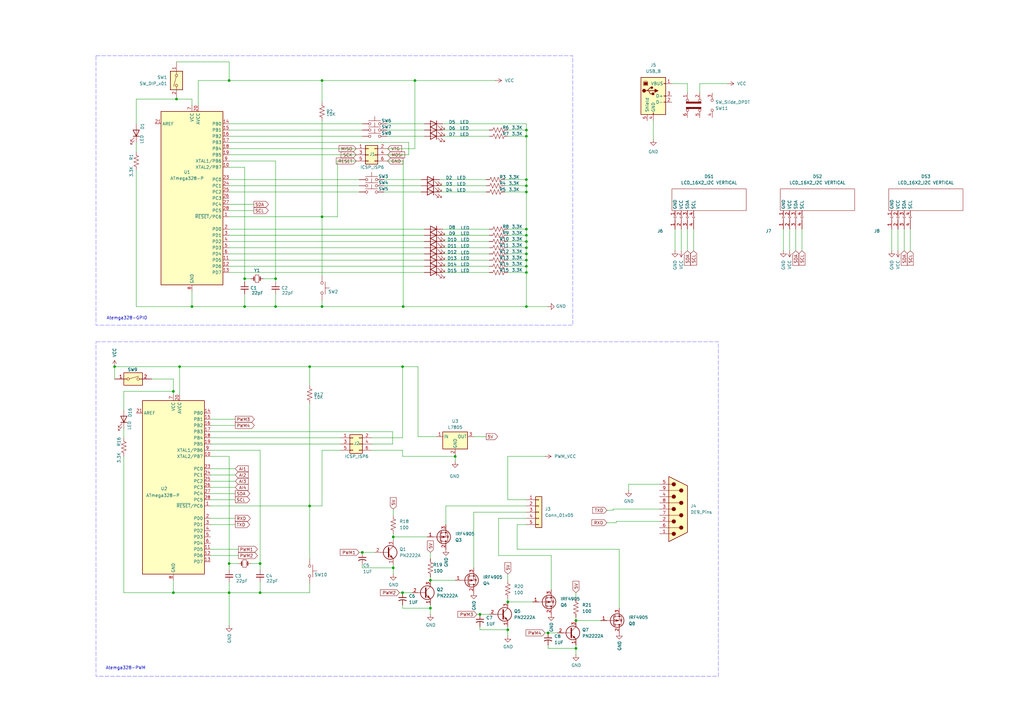
<source format=kicad_sch>
(kicad_sch (version 20250114) (generator "eeschema") (generator_version "9.0")
  (paper "A3")
  (rectangle (start 39.37 140.208) (end 294.64 277.368) (stroke (width 0) (type dash) (color 99 93 255 1)))
  (rectangle (start 39.37 22.86) (end 234.95 133.35) (stroke (width 0) (type dash) (color 99 93 255 1)))
  (text "Atemga328-GPIO" (at 52.07 130.556 0) (effects (font (size 1.27 1.27))))
  (text "Atemga328-PWM" (at 51.562 274.066 0) (effects (font (size 1.27 1.27))))
  (junction (at 132.08 33.02))
  (junction (at 215.9 93.98))
  (junction (at 215.9 53.34))
  (junction (at 215.9 106.68))
  (junction (at 165.354 125.73))
  (junction (at 73.66 150.368))
  (junction (at 215.9 78.74))
  (junction (at 161.29 220.218))
  (junction (at 215.9 125.73))
  (junction (at 224.79 259.588))
  (junction (at 176.53 237.998))
  (junction (at 113.03 125.73))
  (junction (at 215.9 109.22))
  (junction (at 215.9 111.76))
  (junction (at 215.9 73.66))
  (junction (at 215.9 104.14))
  (junction (at 215.9 76.2))
  (junction (at 106.68 243.078))
  (junction (at 78.74 125.73))
  (junction (at 208.28 246.888))
  (junction (at 215.9 101.6))
  (junction (at 236.22 265.938))
  (junction (at 236.22 254.508))
  (junction (at 196.85 251.968))
  (junction (at 127 207.518))
  (junction (at 165.1 150.368))
  (junction (at 165.1 243.078))
  (junction (at 132.08 125.73))
  (junction (at 106.68 231.14))
  (junction (at 71.12 160.528))
  (junction (at 215.9 55.88))
  (junction (at 71.12 243.078))
  (junction (at 113.03 114.3))
  (junction (at 132.08 88.9))
  (junction (at 100.33 125.73))
  (junction (at 127 150.368))
  (junction (at 148.59 226.568))
  (junction (at 215.9 96.52))
  (junction (at 100.33 114.3))
  (junction (at 176.53 249.428))
  (junction (at 93.98 231.14))
  (junction (at 186.69 187.198))
  (junction (at 215.9 99.06))
  (junction (at 46.99 150.368))
  (junction (at 72.39 40.64))
  (junction (at 93.98 33.02))
  (junction (at 170.18 33.02))
  (junction (at 93.98 243.078))
  (junction (at 208.28 258.318))
  (junction (at 161.29 232.918))
  (wire (pts (xy 223.52 187.198) (xy 208.28 187.198)))
  (wire (pts (xy 171.45 150.368) (xy 171.45 179.07)))
  (wire (pts (xy 215.9 210.058) (xy 194.31 210.058)))
  (wire (pts (xy 252.73 213.868) (xy 270.51 213.868)))
  (wire (pts (xy 132.08 33.02) (xy 132.08 41.91)))
  (wire (pts (xy 93.98 243.078) (xy 93.98 256.54)))
  (wire (pts (xy 86.36 192.278) (xy 96.52 192.278)))
  (wire (pts (xy 93.98 187.198) (xy 93.98 231.14)))
  (wire (pts (xy 93.98 86.36) (xy 104.14 86.36)))
  (wire (pts (xy 93.98 76.2) (xy 147.32 76.2)))
  (wire (pts (xy 224.79 265.938) (xy 236.22 265.938)))
  (wire (pts (xy 55.88 69.85) (xy 55.88 125.73)))
  (wire (pts (xy 257.81 198.628) (xy 257.81 201.168)))
  (wire (pts (xy 152.4 179.578) (xy 165.1 179.578)))
  (wire (pts (xy 224.79 259.588) (xy 228.6 259.588)))
  (wire (pts (xy 170.18 33.02) (xy 203.2 33.02)))
  (wire (pts (xy 208.28 106.68) (xy 215.9 106.68)))
  (wire (pts (xy 86.36 171.958) (xy 96.52 171.958)))
  (wire (pts (xy 195.58 251.968) (xy 196.85 251.968)))
  (wire (pts (xy 72.39 40.64) (xy 78.74 40.64)))
  (wire (pts (xy 161.29 218.948) (xy 161.29 220.218)))
  (wire (pts (xy 93.98 231.14) (xy 93.98 233.68)))
  (wire (pts (xy 212.09 225.298) (xy 254 225.298)))
  (wire (pts (xy 207.01 73.66) (xy 215.9 73.66)))
  (wire (pts (xy 251.46 209.296) (xy 251.46 208.788)))
  (wire (pts (xy 223.52 259.588) (xy 224.79 259.588)))
  (wire (pts (xy 132.08 125.73) (xy 165.354 125.73)))
  (wire (pts (xy 93.98 104.14) (xy 173.99 104.14)))
  (wire (pts (xy 158.75 66.04) (xy 165.354 66.04)))
  (wire (pts (xy 93.98 55.88) (xy 148.59 55.88)))
  (wire (pts (xy 215.9 73.66) (xy 215.9 76.2)))
  (wire (pts (xy 93.98 83.82) (xy 104.14 83.82)))
  (wire (pts (xy 251.46 208.788) (xy 270.51 208.788)))
  (wire (pts (xy 180.34 76.2) (xy 199.39 76.2)))
  (wire (pts (xy 181.61 104.14) (xy 200.66 104.14)))
  (wire (pts (xy 73.66 150.368) (xy 127 150.368)))
  (wire (pts (xy 165.1 249.428) (xy 176.53 249.428)))
  (wire (pts (xy 208.28 235.458) (xy 208.28 237.998)))
  (wire (pts (xy 181.61 106.68) (xy 200.66 106.68)))
  (wire (pts (xy 158.75 50.8) (xy 173.99 50.8)))
  (wire (pts (xy 215.9 76.2) (xy 215.9 78.74)))
  (wire (pts (xy 215.9 104.14) (xy 215.9 106.68)))
  (wire (pts (xy 236.22 253.238) (xy 236.22 254.508)))
  (wire (pts (xy 281.94 34.29) (xy 281.94 38.1)))
  (wire (pts (xy 152.4 184.658) (xy 165.1 184.658)))
  (wire (pts (xy 182.88 207.518) (xy 182.88 215.138)))
  (wire (pts (xy 55.88 125.73) (xy 78.74 125.73)))
  (wire (pts (xy 148.59 232.918) (xy 161.29 232.918)))
  (wire (pts (xy 86.36 204.978) (xy 96.52 204.978)))
  (wire (pts (xy 100.33 125.73) (xy 113.03 125.73)))
  (wire (pts (xy 248.92 214.376) (xy 252.73 214.376)))
  (wire (pts (xy 86.36 184.658) (xy 106.68 184.658)))
  (wire (pts (xy 55.88 50.8) (xy 55.88 40.64)))
  (wire (pts (xy 204.47 212.598) (xy 204.47 227.838)))
  (wire (pts (xy 161.29 208.788) (xy 161.29 211.328)))
  (wire (pts (xy 148.59 226.568) (xy 153.67 226.568)))
  (wire (pts (xy 204.47 227.838) (xy 226.06 227.838)))
  (wire (pts (xy 148.59 231.648) (xy 148.59 232.918)))
  (wire (pts (xy 93.98 99.06) (xy 173.99 99.06)))
  (wire (pts (xy 215.9 111.76) (xy 215.9 125.73)))
  (wire (pts (xy 176.53 236.728) (xy 176.53 237.998)))
  (wire (pts (xy 102.87 231.14) (xy 106.68 231.14)))
  (wire (pts (xy 86.36 194.818) (xy 96.52 194.818)))
  (wire (pts (xy 132.08 33.02) (xy 170.18 33.02)))
  (wire (pts (xy 50.8 187.198) (xy 50.8 243.078)))
  (wire (pts (xy 215.9 78.74) (xy 215.9 93.98)))
  (wire (pts (xy 165.1 187.198) (xy 186.69 187.198)))
  (wire (pts (xy 81.28 33.02) (xy 81.28 43.18)))
  (wire (pts (xy 158.75 53.34) (xy 173.99 53.34)))
  (wire (pts (xy 132.08 49.53) (xy 132.08 88.9)))
  (wire (pts (xy 86.36 179.578) (xy 139.7 179.578)))
  (wire (pts (xy 196.85 258.318) (xy 208.28 258.318)))
  (wire (pts (xy 181.61 55.88) (xy 200.66 55.88)))
  (wire (pts (xy 208.28 109.22) (xy 215.9 109.22)))
  (wire (pts (xy 93.98 63.5) (xy 146.05 63.5)))
  (wire (pts (xy 161.29 232.918) (xy 161.29 235.458)))
  (wire (pts (xy 208.28 101.6) (xy 215.9 101.6)))
  (wire (pts (xy 93.98 106.68) (xy 173.99 106.68)))
  (wire (pts (xy 161.036 182.118) (xy 152.4 182.118)))
  (wire (pts (xy 55.88 40.64) (xy 72.39 40.64)))
  (wire (pts (xy 138.43 66.04) (xy 138.43 88.9)))
  (wire (pts (xy 163.83 243.078) (xy 165.1 243.078)))
  (wire (pts (xy 208.28 111.76) (xy 215.9 111.76)))
  (wire (pts (xy 161.036 177.038) (xy 161.036 182.118)))
  (wire (pts (xy 62.23 155.448) (xy 71.12 155.448)))
  (wire (pts (xy 276.86 93.98) (xy 276.86 102.87)))
  (wire (pts (xy 365.76 93.98) (xy 365.76 102.87)))
  (wire (pts (xy 321.31 93.98) (xy 321.31 102.87)))
  (wire (pts (xy 72.39 25.4) (xy 93.98 25.4)))
  (wire (pts (xy 161.29 220.218) (xy 161.29 221.488)))
  (wire (pts (xy 215.9 109.22) (xy 215.9 111.76)))
  (wire (pts (xy 236.22 264.668) (xy 236.22 265.938)))
  (wire (pts (xy 71.12 160.528) (xy 71.12 161.798)))
  (wire (pts (xy 196.85 251.968) (xy 200.66 251.968)))
  (wire (pts (xy 208.28 187.198) (xy 208.28 204.978)))
  (wire (pts (xy 93.98 66.04) (xy 113.03 66.04)))
  (wire (pts (xy 55.88 58.42) (xy 55.88 62.23)))
  (wire (pts (xy 146.05 66.04) (xy 138.43 66.04)))
  (wire (pts (xy 181.61 109.22) (xy 200.66 109.22)))
  (wire (pts (xy 215.9 212.598) (xy 204.47 212.598)))
  (wire (pts (xy 50.8 243.078) (xy 71.12 243.078)))
  (wire (pts (xy 181.61 50.8) (xy 215.9 50.8)))
  (wire (pts (xy 215.9 215.138) (xy 212.09 215.138)))
  (wire (pts (xy 281.94 93.98) (xy 281.94 102.87)))
  (wire (pts (xy 370.84 93.98) (xy 370.84 102.87)))
  (wire (pts (xy 326.39 93.98) (xy 326.39 102.87)))
  (wire (pts (xy 207.01 76.2) (xy 215.9 76.2)))
  (wire (pts (xy 127 150.368) (xy 165.1 150.368)))
  (wire (pts (xy 93.98 231.14) (xy 97.79 231.14)))
  (wire (pts (xy 100.33 114.3) (xy 102.87 114.3)))
  (wire (pts (xy 147.32 226.568) (xy 148.59 226.568)))
  (wire (pts (xy 215.9 53.34) (xy 215.9 55.88)))
  (wire (pts (xy 208.28 257.048) (xy 208.28 258.318)))
  (wire (pts (xy 50.8 168.148) (xy 50.8 160.528)))
  (wire (pts (xy 215.9 55.88) (xy 215.9 73.66)))
  (wire (pts (xy 176.53 249.428) (xy 176.53 251.968)))
  (wire (pts (xy 208.28 245.618) (xy 208.28 246.888)))
  (wire (pts (xy 78.74 125.73) (xy 100.33 125.73)))
  (wire (pts (xy 180.34 78.74) (xy 199.39 78.74)))
  (wire (pts (xy 157.48 78.74) (xy 172.72 78.74)))
  (wire (pts (xy 215.9 207.518) (xy 182.88 207.518)))
  (wire (pts (xy 226.06 227.838) (xy 226.06 241.808)))
  (wire (pts (xy 71.12 237.998) (xy 71.12 243.078)))
  (wire (pts (xy 93.98 60.96) (xy 146.05 60.96)))
  (wire (pts (xy 113.03 125.73) (xy 132.08 125.73)))
  (wire (pts (xy 158.75 55.88) (xy 173.99 55.88)))
  (wire (pts (xy 246.38 254.508) (xy 236.22 254.508)))
  (wire (pts (xy 165.354 125.73) (xy 215.9 125.73)))
  (wire (pts (xy 127 150.368) (xy 127 157.988)))
  (wire (pts (xy 180.34 73.66) (xy 199.39 73.66)))
  (wire (pts (xy 176.53 248.158) (xy 176.53 249.428)))
  (wire (pts (xy 81.28 33.02) (xy 93.98 33.02)))
  (wire (pts (xy 194.31 210.058) (xy 194.31 232.918)))
  (wire (pts (xy 215.9 93.98) (xy 215.9 96.52)))
  (wire (pts (xy 132.08 88.9) (xy 132.08 113.03)))
  (wire (pts (xy 127 165.608) (xy 127 207.518)))
  (wire (pts (xy 86.36 182.118) (xy 139.7 182.118)))
  (wire (pts (xy 93.98 58.42) (xy 167.64 58.42)))
  (wire (pts (xy 93.98 25.4) (xy 93.98 33.02)))
  (wire (pts (xy 106.68 184.658) (xy 106.68 231.14)))
  (wire (pts (xy 127 207.518) (xy 127 229.108)))
  (wire (pts (xy 181.61 99.06) (xy 200.66 99.06)))
  (wire (pts (xy 248.92 209.296) (xy 251.46 209.296)))
  (wire (pts (xy 132.08 184.658) (xy 132.08 207.518)))
  (wire (pts (xy 207.01 78.74) (xy 215.9 78.74)))
  (wire (pts (xy 181.61 111.76) (xy 200.66 111.76)))
  (wire (pts (xy 46.99 155.448) (xy 46.99 150.368)))
  (wire (pts (xy 100.33 120.65) (xy 100.33 125.73)))
  (wire (pts (xy 86.36 177.038) (xy 161.036 177.038)))
  (wire (pts (xy 93.98 101.6) (xy 173.99 101.6)))
  (wire (pts (xy 212.09 215.138) (xy 212.09 225.298)))
  (wire (pts (xy 113.03 120.65) (xy 113.03 125.73)))
  (wire (pts (xy 208.28 55.88) (xy 215.9 55.88)))
  (wire (pts (xy 100.33 68.58) (xy 93.98 68.58)))
  (wire (pts (xy 93.98 78.74) (xy 147.32 78.74)))
  (wire (pts (xy 86.36 197.358) (xy 96.52 197.358)))
  (wire (pts (xy 252.73 214.376) (xy 252.73 213.868)))
  (wire (pts (xy 275.59 34.29) (xy 281.94 34.29)))
  (wire (pts (xy 167.64 58.42) (xy 167.64 63.5)))
  (wire (pts (xy 165.1 248.158) (xy 165.1 249.428)))
  (wire (pts (xy 215.9 96.52) (xy 215.9 99.06)))
  (wire (pts (xy 139.7 184.658) (xy 132.08 184.658)))
  (wire (pts (xy 208.28 93.98) (xy 215.9 93.98)))
  (wire (pts (xy 86.36 187.198) (xy 93.98 187.198)))
  (wire (pts (xy 215.9 106.68) (xy 215.9 109.22)))
  (wire (pts (xy 93.98 33.02) (xy 132.08 33.02)))
  (wire (pts (xy 208.28 258.318) (xy 208.28 260.858)))
  (wire (pts (xy 208.28 99.06) (xy 215.9 99.06)))
  (wire (pts (xy 208.28 104.14) (xy 215.9 104.14)))
  (wire (pts (xy 284.48 93.98) (xy 284.48 102.87)))
  (wire (pts (xy 328.93 93.98) (xy 328.93 102.87)))
  (wire (pts (xy 373.38 93.98) (xy 373.38 102.87)))
  (wire (pts (xy 86.36 207.518) (xy 127 207.518)))
  (wire (pts (xy 71.12 155.448) (xy 71.12 160.528)))
  (wire (pts (xy 106.68 243.078) (xy 93.98 243.078)))
  (wire (pts (xy 287.02 34.29) (xy 287.02 38.1)))
  (wire (pts (xy 186.69 237.998) (xy 176.53 237.998)))
  (wire (pts (xy 93.98 53.34) (xy 148.59 53.34)))
  (wire (pts (xy 254 225.298) (xy 254 249.428)))
  (wire (pts (xy 181.61 93.98) (xy 200.66 93.98)))
  (wire (pts (xy 215.9 101.6) (xy 215.9 104.14)))
  (wire (pts (xy 170.18 60.96) (xy 158.75 60.96)))
  (wire (pts (xy 161.29 231.648) (xy 161.29 232.918)))
  (wire (pts (xy 267.97 49.53) (xy 267.97 57.15)))
  (wire (pts (xy 181.61 96.52) (xy 200.66 96.52)))
  (wire (pts (xy 93.98 111.76) (xy 173.99 111.76)))
  (wire (pts (xy 71.12 243.078) (xy 93.98 243.078)))
  (wire (pts (xy 215.9 50.8) (xy 215.9 53.34)))
  (wire (pts (xy 93.98 88.9) (xy 132.08 88.9)))
  (wire (pts (xy 86.36 174.498) (xy 96.52 174.498)))
  (wire (pts (xy 132.08 123.19) (xy 132.08 125.73)))
  (wire (pts (xy 73.66 150.368) (xy 73.66 161.798)))
  (wire (pts (xy 86.36 225.298) (xy 97.79 225.298)))
  (wire (pts (xy 100.33 114.3) (xy 100.33 115.57)))
  (wire (pts (xy 215.9 125.73) (xy 224.79 125.73)))
  (wire (pts (xy 93.98 50.8) (xy 148.59 50.8)))
  (wire (pts (xy 93.98 73.66) (xy 147.32 73.66)))
  (wire (pts (xy 78.74 40.64) (xy 78.74 43.18)))
  (wire (pts (xy 279.4 93.98) (xy 279.4 102.87)))
  (wire (pts (xy 323.85 93.98) (xy 323.85 102.87)))
  (wire (pts (xy 368.3 93.98) (xy 368.3 102.87)))
  (wire (pts (xy 186.69 187.198) (xy 186.69 189.23)))
  (wire (pts (xy 208.28 96.52) (xy 215.9 96.52)))
  (wire (pts (xy 93.98 93.98) (xy 173.99 93.98)))
  (wire (pts (xy 50.8 175.768) (xy 50.8 179.578)))
  (wire (pts (xy 93.98 238.76) (xy 93.98 243.078)))
  (wire (pts (xy 171.45 179.07) (xy 179.07 179.07)))
  (wire (pts (xy 194.31 179.07) (xy 199.39 179.07)))
  (wire (pts (xy 270.51 198.628) (xy 257.81 198.628)))
  (wire (pts (xy 127 207.518) (xy 132.08 207.518)))
  (wire (pts (xy 161.29 220.218) (xy 175.26 220.218)))
  (wire (pts (xy 181.61 101.6) (xy 200.66 101.6)))
  (wire (pts (xy 165.354 66.04) (xy 165.354 125.73)))
  (wire (pts (xy 224.79 264.668) (xy 224.79 265.938)))
  (wire (pts (xy 287.02 34.29) (xy 298.45 34.29)))
  (wire (pts (xy 157.48 73.66) (xy 172.72 73.66)))
  (wire (pts (xy 78.74 119.38) (xy 78.74 125.73)))
  (wire (pts (xy 215.9 99.06) (xy 215.9 101.6)))
  (wire (pts (xy 86.36 227.838) (xy 97.79 227.838)))
  (wire (pts (xy 93.98 109.22) (xy 173.99 109.22)))
  (wire (pts (xy 236.22 265.938) (xy 236.22 268.478)))
  (wire (pts (xy 132.08 88.9) (xy 138.43 88.9)))
  (wire (pts (xy 218.44 246.888) (xy 208.28 246.888)))
  (wire (pts (xy 236.22 243.078) (xy 236.22 245.618)))
  (wire (pts (xy 157.48 76.2) (xy 172.72 76.2)))
  (wire (pts (xy 113.03 114.3) (xy 113.03 115.57)))
  (wire (pts (xy 106.68 231.14) (xy 106.68 233.68)))
  (wire (pts (xy 170.18 33.02) (xy 170.18 60.96)))
  (wire (pts (xy 127 243.078) (xy 106.68 243.078)))
  (wire (pts (xy 86.36 202.438) (xy 96.52 202.438)))
  (wire (pts (xy 50.8 160.528) (xy 71.12 160.528)))
  (wire (pts (xy 176.53 226.568) (xy 176.53 229.108)))
  (wire (pts (xy 186.69 186.69) (xy 186.69 187.198)))
  (wire (pts (xy 165.1 184.658) (xy 165.1 187.198)))
  (wire (pts (xy 93.98 96.52) (xy 173.99 96.52)))
  (wire (pts (xy 165.1 150.368) (xy 165.1 179.578)))
  (wire (pts (xy 86.36 215.138) (xy 96.52 215.138)))
  (wire (pts (xy 107.95 114.3) (xy 113.03 114.3)))
  (wire (pts (xy 167.64 63.5) (xy 158.75 63.5)))
  (wire (pts (xy 113.03 66.04) (xy 113.03 114.3)))
  (wire (pts (xy 165.1 150.368) (xy 171.45 150.368)))
  (wire (pts (xy 46.99 150.368) (xy 73.66 150.368)))
  (wire (pts (xy 86.36 199.898) (xy 96.52 199.898)))
  (wire (pts (xy 86.36 212.598) (xy 96.52 212.598)))
  (wire (pts (xy 127 239.268) (xy 127 243.078)))
  (wire (pts (xy 181.61 53.34) (xy 200.66 53.34)))
  (wire (pts (xy 215.9 204.978) (xy 208.28 204.978)))
  (wire (pts (xy 196.85 257.048) (xy 196.85 258.318)))
  (wire (pts (xy 100.33 68.58) (xy 100.33 114.3)))
  (wire (pts (xy 208.28 53.34) (xy 215.9 53.34)))
  (wire (pts (xy 165.1 243.078) (xy 168.91 243.078)))
  (wire (pts (xy 106.68 238.76) (xy 106.68 243.078)))
  (global_label "5V" (shape output) (at 199.39 179.07 0) (property "Intersheetrefs" "${INTERSHEET_REFS}" (effects (hide yes))))
  (global_label "SCL" (shape output) (at 104.14 86.36 0) (property "Intersheetrefs" "${INTERSHEET_REFS}" (effects (hide yes))))
  (global_label "5V" (shape input) (at 236.22 243.078 90) (property "Intersheetrefs" "${INTERSHEET_REFS}" (effects (hide yes))))
  (global_label "TXD" (shape input) (at 248.92 209.296 180) (property "Intersheetrefs" "${INTERSHEET_REFS}" (effects (hide yes))))
  (global_label "SCL" (shape output) (at 96.52 204.978 0) (property "Intersheetrefs" "${INTERSHEET_REFS}" (effects (hide yes))))
  (global_label "5V" (shape input) (at 208.28 235.458 90) (property "Intersheetrefs" "${INTERSHEET_REFS}" (effects (hide yes))))
  (global_label "AI1" (shape input) (at 96.52 192.278 0) (property "Intersheetrefs" "${INTERSHEET_REFS}" (effects (hide yes))))
  (global_label "RXD" (shape output) (at 96.52 212.598 0) (property "Intersheetrefs" "${INTERSHEET_REFS}" (effects (hide yes))))
  (global_label "TXD" (shape output) (at 96.52 215.138 0) (property "Intersheetrefs" "${INTERSHEET_REFS}" (effects (hide yes))))
  (global_label "PWM2" (shape output) (at 97.79 227.838 0) (property "Intersheetrefs" "${INTERSHEET_REFS}" (effects (hide yes))))
  (global_label "PWM1" (shape output) (at 97.79 225.298 0) (property "Intersheetrefs" "${INTERSHEET_REFS}" (effects (hide yes))))
  (global_label "PWM3" (shape output) (at 96.52 171.958 0) (property "Intersheetrefs" "${INTERSHEET_REFS}" (effects (hide yes))))
  (global_label "5V" (shape input) (at 176.53 226.568 90) (property "Intersheetrefs" "${INTERSHEET_REFS}" (effects (hide yes))))
  (global_label "SCL" (shape input) (at 373.38 102.87 270) (property "Intersheetrefs" "${INTERSHEET_REFS}" (effects (hide yes))))
  (global_label "RESET" (shape input) (at 146.05 66.04 180) (property "Intersheetrefs" "${INTERSHEET_REFS}" (effects (hide yes))))
  (global_label "VTG" (shape input) (at 159.004 60.96 0) (property "Intersheetrefs" "${INTERSHEET_REFS}" (effects (hide yes))))
  (global_label "AI2" (shape input) (at 96.52 194.818 0) (property "Intersheetrefs" "${INTERSHEET_REFS}" (effects (hide yes))))
  (global_label "SCK" (shape input) (at 146.05 63.5 180) (property "Intersheetrefs" "${INTERSHEET_REFS}" (effects (hide yes))))
  (global_label "SDA" (shape output) (at 96.52 202.438 0) (property "Intersheetrefs" "${INTERSHEET_REFS}" (effects (hide yes))))
  (global_label "AI3" (shape input) (at 96.52 197.358 0) (property "Intersheetrefs" "${INTERSHEET_REFS}" (effects (hide yes))))
  (global_label "PWM2" (shape input) (at 163.83 243.078 180) (property "Intersheetrefs" "${INTERSHEET_REFS}" (effects (hide yes))))
  (global_label "RXD" (shape input) (at 248.92 214.376 180) (property "Intersheetrefs" "${INTERSHEET_REFS}" (effects (hide yes))))
  (global_label "SDA" (shape input) (at 281.94 102.87 270) (property "Intersheetrefs" "${INTERSHEET_REFS}" (effects (hide yes))))
  (global_label "SDA" (shape input) (at 326.39 102.87 270) (property "Intersheetrefs" "${INTERSHEET_REFS}" (effects (hide yes))))
  (global_label "GND" (shape input) (at 159.004 66.04 0) (property "Intersheetrefs" "${INTERSHEET_REFS}" (effects (hide yes))))
  (global_label "SCL" (shape input) (at 284.48 102.87 270) (property "Intersheetrefs" "${INTERSHEET_REFS}" (effects (hide yes))))
  (global_label "SCL" (shape input) (at 328.93 102.87 270) (property "Intersheetrefs" "${INTERSHEET_REFS}" (effects (hide yes))))
  (global_label "MOSI" (shape input) (at 159.004 63.5 0) (property "Intersheetrefs" "${INTERSHEET_REFS}" (effects (hide yes))))
  (global_label "5V" (shape input) (at 161.29 208.788 90) (property "Intersheetrefs" "${INTERSHEET_REFS}" (effects (hide yes))))
  (global_label "PWM4" (shape input) (at 223.52 259.588 180) (property "Intersheetrefs" "${INTERSHEET_REFS}" (effects (hide yes))))
  (global_label "MISO" (shape input) (at 146.05 60.96 180) (property "Intersheetrefs" "${INTERSHEET_REFS}" (effects (hide yes))))
  (global_label "SDA" (shape output) (at 104.14 83.82 0) (property "Intersheetrefs" "${INTERSHEET_REFS}" (effects (hide yes))))
  (global_label "PWM1" (shape input) (at 147.32 226.568 180) (property "Intersheetrefs" "${INTERSHEET_REFS}" (effects (hide yes))))
  (global_label "SDA" (shape input) (at 370.84 102.87 270) (property "Intersheetrefs" "${INTERSHEET_REFS}" (effects (hide yes))))
  (global_label "AI4" (shape input) (at 96.52 199.898 0) (property "Intersheetrefs" "${INTERSHEET_REFS}" (effects (hide yes))))
  (global_label "PWM3" (shape input) (at 195.58 251.968 180) (property "Intersheetrefs" "${INTERSHEET_REFS}" (effects (hide yes))))
  (global_label "PWM4" (shape output) (at 96.52 174.498 0) (property "Intersheetrefs" "${INTERSHEET_REFS}" (effects (hide yes))))
  (symbol (lib_id "Device:R_US") (at 132.08 45.72 0) (unit 1)
    (property "Reference" "R2" (at 133.8072 45.72 0) (effects (justify left)))
    (property "Value" "10K" (at 133.8072 46.863 0) (effects (justify left)))
    (property "Footprint" "Resistor_THT:R_Axial_DIN0204_L3.6mm_D1.6mm_P5.08mm_Horizontal" (effects (hide yes)))
  )
  (symbol (lib_id "Device:Crystal_Small") (at 105.41 114.3 0) (unit 1)
    (property "Reference" "Y1" (at 105.41 110.9218 0))
    (property "Value" "16MHz" (effects (hide yes)))
    (property "Footprint" "Crystal:Crystal_HC49-4H_Vertical" (effects (hide yes)))
  )
  (symbol (lib_id "Device:C_Small") (at 100.33 118.11 0) (unit 1)
    (property "Reference" "C1" (at 102.6668 118.11 0) (effects (justify left)))
    (property "Value" "22pF" (at 103.124 120.142 0) (effects (justify left)))
    (property "Footprint" "Capacitor_THT:CP_Radial_D5.0mm_P2.00mm" (effects (hide yes)))
  )
  (symbol (lib_id "Device:C_Small") (at 113.03 118.11 0) (unit 1)
    (property "Reference" "C2" (at 115.3668 118.11 0) (effects (justify left)))
    (property "Value" "22pF" (at 115.57 120.142 0) (effects (justify left)))
    (property "Footprint" "Capacitor_THT:CP_Radial_D5.0mm_P2.00mm" (effects (hide yes)))
  )
  (symbol (lib_id "Connector_Generic:Conn_02x03_Odd_Even") (at 151.13 63.5 0) (unit 1)
    (property "Reference" "J1" (at 152.654 63.246 0))
    (property "Value" "ICSP_ISP6" (at 152.654 68.58 0))
    (property "Footprint" "Connector_PinHeader_2.00mm:PinHeader_2x03_P2.00mm_Vertical" (effects (hide yes)))
  )
  (symbol (lib_id "Switch:SW_Push") (at 152.4 73.66 0) (unit 1)
    (property "Reference" "SW3" (at 157.226 72.39 0))
    (property "Value" "SW_Push" (effects (hide yes)))
    (property "Footprint" "Button_Switch_THT:SW_DIP_SPSTx01_Slide_6.7x4.1mm_W7.62mm_P2.54mm_LowProfile" (effects (hide yes)))
    (property "Description" "Push button switch, generic, two pins" (effects (hide yes)))
  )
  (symbol (lib_id "Device:R_US") (at 203.2 73.66 90) (unit 1)
    (property "Reference" "R3" (at 207.518 72.644 90) (effects (justify left)))
    (property "Value" "3.3K" (at 213.106 72.644 90) (effects (justify left)))
    (property "Footprint" "Resistor_THT:R_Axial_DIN0204_L3.6mm_D1.6mm_P5.08mm_Horizontal" (effects (hide yes)))
  )
  (symbol (lib_id "Device:LED") (at 177.8 53.34 0) (mirror y) (unit 1)
    (property "Reference" "D6" (at 185.42 52.578 0))
    (property "Value" "LED" (at 190.5 52.578 0))
    (property "Footprint" "LED_THT:LED_D3.0mm_Horizontal_O1.27mm_Z2.0mm" (effects (hide yes)))
    (property "Description" "Light emitting diode" (effects (hide yes)))
    (property "Sim.Pins" "1=K 2=A" (effects (hide yes)))
  )
  (symbol (lib_id "Device:LED") (at 177.8 104.14 0) (mirror y) (unit 1)
    (property "Reference" "D12" (at 185.42 103.378 0))
    (property "Value" "LED" (at 190.754 103.632 0))
    (property "Footprint" "LED_THT:LED_D3.0mm_Horizontal_O1.27mm_Z2.0mm" (effects (hide yes)))
    (property "Description" "Light emitting diode" (effects (hide yes)))
    (property "Sim.Pins" "1=K 2=A" (effects (hide yes)))
  )
  (symbol (lib_id "power:VCC") (at 203.2 33.02 270) (unit 1)
    (property "Reference" "#PWR08" (effects (hide yes)))
    (property "Value" "VCC" (at 207.01 33.02 90) (effects (justify left)))
  )
  (symbol (lib_id "Transistor_BJT:PN2222A") (at 173.99 243.078 0) (unit 1)
    (property "Reference" "Q2" (at 179.07 241.8079 0) (effects (justify left)))
    (property "Value" "PN2222A" (at 179.07 244.3479 0) (effects (justify left)))
    (property "Footprint" "Package_TO_SOT_THT:TO-92_Inline" (effects (hide yes)))
    (property "Datasheet" "https://www.onsemi.com/pub/Collateral/PN2222-D.PDF" (effects (hide yes)))
    (property "Description" "1A Ic, 40V Vce, NPN Transistor, General Purpose Transistor, TO-92" (effects (hide yes)))
  )
  (symbol (lib_id "Device:Crystal_Small") (at 100.33 231.14 0) (unit 1)
    (property "Reference" "Y2" (effects (hide yes)))
    (property "Value" "16MHz" (effects (hide yes)))
    (property "Footprint" "Crystal:Crystal_HC49-4H_Vertical" (effects (hide yes)))
  )
  (symbol (lib_id "Device:R_US") (at 176.53 232.918 0) (unit 1)
    (property "Reference" "R19" (at 177.546 231.648 0) (effects (justify left)))
    (property "Value" "100" (at 177.8 234.188 0) (effects (justify left)))
    (property "Footprint" "Resistor_THT:R_Axial_DIN0204_L3.6mm_D1.6mm_P5.08mm_Horizontal" (effects (hide yes)))
    (property "Description" "Resistor, US symbol" (effects (hide yes)))
  )
  (symbol (lib_id "power:GND") (at 224.79 125.73 90) (unit 1)
    (property "Reference" "#PWR011" (effects (hide yes)))
    (property "Value" "GND" (at 228.0412 125.603 90) (effects (justify right)))
  )
  (symbol (lib_id "Device:R_US") (at 127 161.798 0) (unit 1)
    (property "Reference" "R17" (at 128.7272 161.798 0) (effects (justify left)))
    (property "Value" "10K" (at 128.7272 162.941 0) (effects (justify left)))
    (property "Footprint" "Resistor_THT:R_Axial_DIN0204_L3.6mm_D1.6mm_P5.08mm_Horizontal" (effects (hide yes)))
  )
  (symbol (lib_id "Device:R_US") (at 204.47 111.76 90) (unit 1)
    (property "Reference" "R15" (at 208.788 110.744 90) (effects (justify left)))
    (property "Value" "3.3K" (at 214.376 110.744 90) (effects (justify left)))
    (property "Footprint" "Resistor_THT:R_Axial_DIN0204_L3.6mm_D1.6mm_P5.08mm_Horizontal" (effects (hide yes)))
  )
  (symbol (lib_id "Switch:SW_Slide_DPDT") (at 287.02 43.18 90) (mirror x) (unit 1)
    (property "Reference" "SW11" (at 293.37 44.4501 90) (effects (justify right)))
    (property "Value" "SW_Slide_DPDT" (at 293.37 41.9101 90) (effects (justify right)))
    (property "Footprint" "Button_Switch_THT:SW_CK_JS202011CQN_DPDT_Straight" (effects (hide yes)))
    (property "Description" "Slide Switch, dual pole double throw" (effects (hide yes)))
  )
  (symbol (lib_id "Connector:Conn_01x04_Socket") (at 368.3 88.9 90) (unit 1)
    (property "Reference" "J8" (at 359.664 94.742 90))
    (property "Value" "Conn_01x04_Socket" (effects (hide yes)))
    (property "Footprint" "Add_New:Conn_4x1_90deg_angle" (effects (hide yes)))
    (property "Description" "Generic connector, single row, 01x04, script generated" (effects (hide yes)))
  )
  (symbol (lib_id "Device:R_US") (at 203.2 76.2 90) (unit 1)
    (property "Reference" "R4" (at 207.518 75.184 90) (effects (justify left)))
    (property "Value" "3.3K" (at 213.106 75.184 90) (effects (justify left)))
    (property "Footprint" "Resistor_THT:R_Axial_DIN0204_L3.6mm_D1.6mm_P5.08mm_Horizontal" (effects (hide yes)))
  )
  (symbol (lib_id "Device:R_US") (at 204.47 101.6 90) (unit 1)
    (property "Reference" "R11" (at 208.788 100.584 90) (effects (justify left)))
    (property "Value" "3.3K" (at 214.376 100.584 90) (effects (justify left)))
    (property "Footprint" "Resistor_THT:R_Axial_DIN0204_L3.6mm_D1.6mm_P5.08mm_Horizontal" (effects (hide yes)))
  )
  (symbol (lib_id "Device:LED") (at 177.8 101.6 0) (mirror y) (unit 1)
    (property "Reference" "D11" (at 185.42 100.838 0))
    (property "Value" "LED" (at 190.754 100.838 0))
    (property "Footprint" "LED_THT:LED_D3.0mm_Horizontal_O1.27mm_Z2.0mm" (effects (hide yes)))
    (property "Description" "Light emitting diode" (effects (hide yes)))
    (property "Sim.Pins" "1=K 2=A" (effects (hide yes)))
  )
  (symbol (lib_id "Device:LED") (at 177.8 99.06 0) (mirror y) (unit 1)
    (property "Reference" "D10" (at 185.42 98.298 0))
    (property "Value" "LED" (at 190.754 98.298 0))
    (property "Footprint" "LED_THT:LED_D3.0mm_Horizontal_O1.27mm_Z2.0mm" (effects (hide yes)))
    (property "Description" "Light emitting diode" (effects (hide yes)))
    (property "Sim.Pins" "1=K 2=A" (effects (hide yes)))
  )
  (symbol (lib_id "Device:C_Small") (at 93.98 236.22 0) (unit 1)
    (property "Reference" "C3" (at 96.3168 236.22 0) (effects (justify left)))
    (property "Value" "22pF" (at 96.774 238.252 0) (effects (justify left)))
    (property "Footprint" "Capacitor_THT:CP_Radial_D5.0mm_P2.00mm" (effects (hide yes)))
  )
  (symbol (lib_id "Device:LED") (at 177.8 106.68 0) (mirror y) (unit 1)
    (property "Reference" "D13" (at 185.42 105.918 0))
    (property "Value" "LED" (at 190.754 105.918 0))
    (property "Footprint" "LED_THT:LED_D3.0mm_Horizontal_O1.27mm_Z2.0mm" (effects (hide yes)))
    (property "Description" "Light emitting diode" (effects (hide yes)))
    (property "Sim.Pins" "1=K 2=A" (effects (hide yes)))
  )
  (symbol (lib_id "MCU_Microchip_ATmega:ATmega328-P") (at 71.12 199.898 0) (unit 1)
    (property "Reference" "U2" (at 67.31 200.406 0))
    (property "Value" "ATmega328-P" (at 66.802 203.2 0))
    (property "Footprint" "Package_DIP:DIP-28_W7.62mm" (effects (hide yes)))
    (property "Datasheet" "http://ww1.microchip.com/downloads/en/DeviceDoc/ATmega328_P%20AVR%20MCU%20with%20picoPower%20Technology%20Data%20Sheet%2040001984A.pdf" (effects (hide yes)))
    (property "Description" "20MHz, 32kB Flash, 2kB SRAM, 1kB EEPROM, DIP-28" (effects (hide yes)))
  )
  (symbol (lib_id "Connector_Generic:Conn_01x05") (at 220.98 210.058 0) (unit 1)
    (property "Reference" "J3" (at 223.52 208.7879 0) (effects (justify left)))
    (property "Value" "Conn_01x05" (at 223.52 211.3279 0) (effects (justify left)))
    (property "Footprint" "Connector_Phoenix_GMSTB:PhoenixContact_GMSTBA_2,5_5-G_1x05_P7.50mm_Horizontal" (effects (hide yes)))
    (property "Description" "Generic connector, single row, 01x05, script generated (kicad-library-utils/schlib/autogen/connector/)" (effects (hide yes)))
  )
  (symbol (lib_id "Device:R_US") (at 204.47 53.34 90) (unit 1)
    (property "Reference" "R6" (at 208.788 52.324 90) (effects (justify left)))
    (property "Value" "3.3K" (at 214.376 52.324 90) (effects (justify left)))
    (property "Footprint" "Resistor_THT:R_Axial_DIN0204_L3.6mm_D1.6mm_P5.08mm_Horizontal" (effects (hide yes)))
  )
  (symbol (lib_id "Transistor_FET:IRF4905") (at 251.46 254.508 0) (mirror x) (unit 1)
    (property "Reference" "Q8" (at 257.81 255.7781 0) (effects (justify left)))
    (property "Value" "IRF4905" (at 257.81 253.2381 0) (effects (justify left)))
    (property "Footprint" "Package_TO_SOT_THT:TO-220-3_Vertical" (effects (hide yes)))
    (property "Datasheet" "http://www.infineon.com/dgdl/irf4905.pdf?fileId=5546d462533600a4015355e32165197c" (effects (hide yes)))
    (property "Description" "-74A Id, -55V Vds, Single P-Channel HEXFET Power MOSFET, 20mOhm Ron, TO-220AB" (effects (hide yes)))
  )
  (symbol (lib_id "power:VCC") (at 298.45 34.29 270) (unit 1)
    (property "Reference" "#PWR019" (effects (hide yes)))
    (property "Value" "VCC" (at 302.26 34.29 90) (effects (justify left)))
  )
  (symbol (lib_id "MCU_Microchip_ATmega:ATmega328-P") (at 78.74 81.28 0) (unit 1)
    (property "Reference" "U1" (at 76.708 70.612 0))
    (property "Value" "ATmega328-P" (at 76.708 73.152 0))
    (property "Footprint" "Package_DIP:DIP-28_W7.62mm" (effects (hide yes)))
    (property "Datasheet" "http://ww1.microchip.com/downloads/en/DeviceDoc/ATmega328_P%20AVR%20MCU%20with%20picoPower%20Technology%20Data%20Sheet%2040001984A.pdf" (effects (hide yes)))
    (property "Description" "20MHz, 32kB Flash, 2kB SRAM, 1kB EEPROM, DIP-28" (effects (hide yes)))
  )
  (symbol (lib_id "power:GND") (at 226.06 251.968 0) (unit 1)
    (property "Reference" "#PWR012" (effects (hide yes)))
    (property "Value" "GND" (at 226.187 255.2192 90) (effects (justify right)))
  )
  (symbol (lib_id "power:VCC") (at 323.85 102.87 0) (mirror x) (unit 1)
    (property "Reference" "#PWR021" (effects (hide yes)))
    (property "Value" "VCC" (at 323.85 106.68 90) (effects (justify left)))
  )
  (symbol (lib_id "power:GND") (at 321.31 102.87 0) (mirror y) (unit 1)
    (property "Reference" "#PWR020" (effects (hide yes)))
    (property "Value" "GND" (at 321.3099 106.68 90) (effects (justify right)))
    (property "Description" "Power symbol creates a global label with name \"GND\" , ground" (effects (hide yes)))
  )
  (symbol (lib_id "power:VCC") (at 223.52 187.198 270) (unit 1)
    (property "Reference" "#PWR010" (effects (hide yes)))
    (property "Value" "PWM_VCC" (at 227.33 187.198 90) (effects (justify left)))
  )
  (symbol (lib_id "Device:LED") (at 55.88 54.61 270) (mirror x) (unit 1)
    (property "Reference" "D1" (at 58.42 51.816 0))
    (property "Value" "LED" (at 58.166 57.15 0))
    (property "Footprint" "LED_THT:LED_D3.0mm_Horizontal_O1.27mm_Z2.0mm" (effects (hide yes)))
    (property "Description" "Light emitting diode" (effects (hide yes)))
    (property "Sim.Pins" "1=K 2=A" (effects (hide yes)))
  )
  (symbol (lib_id "Transistor_BJT:PN2222A") (at 158.75 226.568 0) (unit 1)
    (property "Reference" "Q1" (at 163.83 225.2979 0) (effects (justify left)))
    (property "Value" "PN2222A" (at 163.83 227.8379 0) (effects (justify left)))
    (property "Footprint" "Package_TO_SOT_THT:TO-92_Inline" (effects (hide yes)))
    (property "Datasheet" "https://www.onsemi.com/pub/Collateral/PN2222-D.PDF" (effects (hide yes)))
    (property "Description" "1A Ic, 40V Vce, NPN Transistor, General Purpose Transistor, TO-92" (effects (hide yes)))
  )
  (symbol (lib_id "Regulator_Linear:L7805") (at 186.69 179.07 0) (unit 1)
    (property "Reference" "U3" (at 186.69 172.72 0))
    (property "Value" "L7805" (at 186.69 175.26 0))
    (property "Footprint" "Add_New:LM7805" (effects (hide yes)))
    (property "Datasheet" "http://www.st.com/content/ccc/resource/technical/document/datasheet/41/4f/b3/b0/12/d4/47/88/CD00000444.pdf/files/CD00000444.pdf/jcr:content/translations/en.CD00000444.pdf" (effects (hide yes)))
    (property "Description" "Positive 1.5A 35V Linear Regulator, Fixed Output 5V, TO-220/TO-263/TO-252" (effects (hide yes)))
  )
  (symbol (lib_id "Device:R_US") (at 204.47 99.06 90) (unit 1)
    (property "Reference" "R10" (at 208.788 98.044 90) (effects (justify left)))
    (property "Value" "3.3K" (at 214.376 98.044 90) (effects (justify left)))
    (property "Footprint" "Resistor_THT:R_Axial_DIN0204_L3.6mm_D1.6mm_P5.08mm_Horizontal" (effects (hide yes)))
  )
  (symbol (lib_id "Transistor_FET:IRF4905") (at 180.34 220.218 0) (mirror x) (unit 1)
    (property "Reference" "Q3" (at 186.69 221.4881 0) (effects (justify left)))
    (property "Value" "IRF4905" (at 186.69 218.9481 0) (effects (justify left)))
    (property "Footprint" "Package_TO_SOT_THT:TO-220-3_Vertical" (effects (hide yes)))
    (property "Datasheet" "http://www.infineon.com/dgdl/irf4905.pdf?fileId=5546d462533600a4015355e32165197c" (effects (hide yes)))
    (property "Description" "-74A Id, -55V Vds, Single P-Channel HEXFET Power MOSFET, 20mOhm Ron, TO-220AB" (effects (hide yes)))
  )
  (symbol (lib_id "Connector:Conn_01x04_Socket") (at 279.4 88.9 90) (unit 1)
    (property "Reference" "J6" (at 270.764 94.742 90))
    (property "Value" "Conn_01x04_Socket" (effects (hide yes)))
    (property "Footprint" "Add_New:Conn_4x1_90deg_angle" (effects (hide yes)))
    (property "Description" "Generic connector, single row, 01x04, script generated" (effects (hide yes)))
  )
  (symbol (lib_id "Switch:SW_Push") (at 132.08 118.11 270) (unit 1)
    (property "Reference" "SW2" (at 136.652 119.634 90))
    (property "Value" "SW_Push" (effects (hide yes)))
    (property "Footprint" "Button_Switch_THT:SW_DIP_SPSTx01_Slide_6.7x4.1mm_W7.62mm_P2.54mm_LowProfile" (effects (hide yes)))
    (property "Description" "Push button switch, generic, two pins" (effects (hide yes)))
  )
  (symbol (lib_id "Transistor_FET:IRF4905") (at 191.77 237.998 0) (mirror x) (unit 1)
    (property "Reference" "Q4" (at 198.12 239.2681 0) (effects (justify left)))
    (property "Value" "IRF4905" (at 198.12 236.7281 0) (effects (justify left)))
    (property "Footprint" "Package_TO_SOT_THT:TO-220-3_Vertical" (effects (hide yes)))
    (property "Datasheet" "http://www.infineon.com/dgdl/irf4905.pdf?fileId=5546d462533600a4015355e32165197c" (effects (hide yes)))
    (property "Description" "-74A Id, -55V Vds, Single P-Channel HEXFET Power MOSFET, 20mOhm Ron, TO-220AB" (effects (hide yes)))
  )
  (symbol (lib_id "Switch:SW_DIP_x01") (at 72.39 33.02 90) (mirror x) (unit 1)
    (property "Reference" "SW1" (at 68.58 31.7499 90) (effects (justify left)))
    (property "Value" "SW_DIP_x01" (at 68.58 34.2899 90) (effects (justify left)))
    (property "Footprint" "Button_Switch_THT:SW_DIP_SPSTx01_Slide_9.78x4.72mm_W7.62mm_P2.54mm" (effects (hide yes)))
    (property "Description" "1x DIP Switch, Single Pole Single Throw (SPST) switch, small symbol" (effects (hide yes)))
  )
  (symbol (lib_id "Switch:SW_Push") (at 153.67 53.34 0) (unit 1)
    (property "Reference" "SW7" (at 158.496 52.07 0))
    (property "Value" "SW_Push" (effects (hide yes)))
    (property "Footprint" "Button_Switch_THT:SW_DIP_SPSTx01_Slide_6.7x4.1mm_W7.62mm_P2.54mm_LowProfile" (effects (hide yes)))
    (property "Description" "Push button switch, generic, two pins" (effects (hide yes)))
  )
  (symbol (lib_id "power:GND") (at 276.86 102.87 0) (mirror y) (unit 1)
    (property "Reference" "#PWR017" (effects (hide yes)))
    (property "Value" "GND" (at 276.8599 106.68 90) (effects (justify right)))
    (property "Description" "Power symbol creates a global label with name \"GND\" , ground" (effects (hide yes)))
  )
  (symbol (lib_id "Transistor_FET:IRF4905") (at 223.52 246.888 0) (mirror x) (unit 1)
    (property "Reference" "Q6" (at 229.87 248.1581 0) (effects (justify left)))
    (property "Value" "IRF4905" (at 229.87 245.6181 0) (effects (justify left)))
    (property "Footprint" "Package_TO_SOT_THT:TO-220-3_Vertical" (effects (hide yes)))
    (property "Datasheet" "http://www.infineon.com/dgdl/irf4905.pdf?fileId=5546d462533600a4015355e32165197c" (effects (hide yes)))
    (property "Description" "-74A Id, -55V Vds, Single P-Channel HEXFET Power MOSFET, 20mOhm Ron, TO-220AB" (effects (hide yes)))
  )
  (symbol (lib_id "Device:LED") (at 176.53 78.74 0) (mirror y) (unit 1)
    (property "Reference" "D4" (at 184.15 77.978 0))
    (property "Value" "LED" (at 189.23 77.978 0))
    (property "Footprint" "LED_THT:LED_D3.0mm_Horizontal_O1.27mm_Z2.0mm" (effects (hide yes)))
    (property "Description" "Light emitting diode" (effects (hide yes)))
    (property "Sim.Pins" "1=K 2=A" (effects (hide yes)))
  )
  (symbol (lib_id "Connector:DE9_Pins") (at 278.13 208.788 0) (unit 1)
    (property "Reference" "J4" (at 283.21 207.5179 0) (effects (justify left)))
    (property "Value" "DE9_Pins" (at 283.21 210.0579 0) (effects (justify left)))
    (property "Footprint" "Connector_Dsub:DSUB-9_Pins_Vertical_P2.77x2.84mm_MountingHoles" (effects (hide yes)))
    (property "Description" "9-pin D-SUB connector, pins (male)" (effects (hide yes)))
  )
  (symbol (lib_id "Device:R_US") (at 208.28 241.808 0) (unit 1)
    (property "Reference" "R20" (at 210.82 240.5379 0) (effects (justify left)))
    (property "Value" "100" (at 210.82 243.0779 0) (effects (justify left)))
    (property "Footprint" "Resistor_THT:R_Axial_DIN0204_L3.6mm_D1.6mm_P5.08mm_Horizontal" (effects (hide yes)))
    (property "Description" "Resistor, US symbol" (effects (hide yes)))
  )
  (symbol (lib_id "Device:LED") (at 177.8 50.8 0) (mirror y) (unit 1)
    (property "Reference" "D5" (at 185.42 50.038 0))
    (property "Value" "LED" (at 190.5 50.038 0))
    (property "Footprint" "LED_THT:LED_D3.0mm_Horizontal_O1.27mm_Z2.0mm" (effects (hide yes)))
    (property "Description" "Light emitting diode" (effects (hide yes)))
    (property "Sim.Pins" "1=K 2=A" (effects (hide yes)))
  )
  (symbol (lib_id "Device:LED") (at 50.8 171.958 270) (mirror x) (unit 1)
    (property "Reference" "D16" (at 53.34 169.164 0))
    (property "Value" "LED" (at 53.086 174.498 0))
    (property "Footprint" "LED_THT:LED_D3.0mm_Horizontal_O1.27mm_Z2.0mm" (effects (hide yes)))
    (property "Description" "Light emitting diode" (effects (hide yes)))
    (property "Sim.Pins" "1=K 2=A" (effects (hide yes)))
  )
  (symbol (lib_id "power:VCC") (at 279.4 102.87 0) (mirror x) (unit 1)
    (property "Reference" "#PWR018" (effects (hide yes)))
    (property "Value" "VCC" (at 279.4 106.68 90) (effects (justify left)))
  )
  (symbol (lib_id "Device:R_US") (at 204.47 55.88 90) (unit 1)
    (property "Reference" "R7" (at 208.788 54.864 90) (effects (justify left)))
    (property "Value" "3.3K" (at 214.376 54.864 90) (effects (justify left)))
    (property "Footprint" "Resistor_THT:R_Axial_DIN0204_L3.6mm_D1.6mm_P5.08mm_Horizontal" (effects (hide yes)))
  )
  (symbol (lib_id "power:GND") (at 176.53 251.968 0) (unit 1)
    (property "Reference" "#PWR04" (effects (hide yes)))
    (property "Value" "GND" (at 176.657 256.3622 0))
  )
  (symbol (lib_id "power:VCC") (at 46.99 150.368 0) (unit 1)
    (property "Reference" "#PWR01" (effects (hide yes)))
    (property "Value" "VCC" (at 46.99 146.558 90) (effects (justify left)))
  )
  (symbol (lib_id "Device:R_US") (at 161.29 215.138 0) (unit 1)
    (property "Reference" "R18" (at 163.83 213.8679 0) (effects (justify left)))
    (property "Value" "100" (at 163.83 216.4079 0) (effects (justify left)))
    (property "Footprint" "Resistor_THT:R_Axial_DIN0204_L3.6mm_D1.6mm_P5.08mm_Horizontal" (effects (hide yes)))
    (property "Description" "Resistor, US symbol" (effects (hide yes)))
  )
  (symbol (lib_id "Switch:SW_Push") (at 152.4 76.2 0) (unit 1)
    (property "Reference" "SW4" (at 157.226 74.93 0))
    (property "Value" "SW_Push" (effects (hide yes)))
    (property "Footprint" "Button_Switch_THT:SW_DIP_SPSTx01_Slide_6.7x4.1mm_W7.62mm_P2.54mm_LowProfile" (effects (hide yes)))
    (property "Description" "Push button switch, generic, two pins" (effects (hide yes)))
  )
  (symbol (lib_id "Add_new:LCD_16X2_I2C") (at 332.74 80.01 0) (unit 1)
    (property "Reference" "DS2" (at 335.28 72.39 0))
    (property "Value" "LCD_16X2_I2C VERTICAL" (at 335.28 74.93 0))
    (property "Footprint" "Add_New:LCD 16X2 I2C" (effects (hide yes)))
    (property "Description" "LCD_16X2_I2C" (effects (hide yes)))
  )
  (symbol (lib_id "power:GND") (at 208.28 260.858 0) (unit 1)
    (property "Reference" "#PWR09" (effects (hide yes)))
    (property "Value" "GND" (at 208.407 265.2522 0))
  )
  (symbol (lib_id "Device:C_Small_US") (at 196.85 254.508 0) (unit 1)
    (property "Reference" "C7" (at 199.39 253.3649 0) (effects (justify left)))
    (property "Value" "1UF" (at 199.39 255.9049 0) (effects (justify left)))
    (property "Footprint" "Capacitor_THT:CP_Radial_D5.0mm_P2.00mm" (effects (hide yes)))
    (property "Description" "capacitor, small US symbol" (effects (hide yes)))
  )
  (symbol (lib_id "Connector:Conn_01x04_Socket") (at 323.85 88.9 90) (unit 1)
    (property "Reference" "J7" (at 315.214 94.742 90))
    (property "Value" "Conn_01x04_Socket" (effects (hide yes)))
    (property "Footprint" "Add_New:Conn_4x1_90deg_angle" (effects (hide yes)))
    (property "Description" "Generic connector, single row, 01x04, script generated" (effects (hide yes)))
  )
  (symbol (lib_id "Add_new:LCD_16X2_I2C") (at 288.29 80.01 0) (unit 1)
    (property "Reference" "DS1" (at 290.83 72.39 0))
    (property "Value" "LCD_16X2_I2C VERTICAL" (at 290.83 74.93 0))
    (property "Footprint" "Add_New:LCD 16X2 I2C" (effects (hide yes)))
    (property "Description" "LCD_16X2_I2C" (effects (hide yes)))
  )
  (symbol (lib_id "power:GND") (at 267.97 57.15 0) (unit 1)
    (property "Reference" "#PWR016" (effects (hide yes)))
    (property "Value" "GND" (at 267.97 62.23 0))
    (property "Description" "Power symbol creates a global label with name \"GND\" , ground" (effects (hide yes)))
  )
  (symbol (lib_id "power:GND") (at 254 259.588 0) (unit 1)
    (property "Reference" "#PWR014" (effects (hide yes)))
    (property "Value" "GND" (at 254.127 262.8392 90) (effects (justify right)))
  )
  (symbol (lib_id "power:GND") (at 257.81 201.168 0) (unit 1)
    (property "Reference" "#PWR015" (effects (hide yes)))
    (property "Value" "GND" (at 257.937 205.5622 0))
  )
  (symbol (lib_id "Device:LED") (at 177.8 111.76 0) (mirror y) (unit 1)
    (property "Reference" "D15" (at 185.42 110.998 0))
    (property "Value" "LED" (at 190.754 110.998 0))
    (property "Footprint" "LED_THT:LED_D3.0mm_Horizontal_O1.27mm_Z2.0mm" (effects (hide yes)))
    (property "Description" "Light emitting diode" (effects (hide yes)))
    (property "Sim.Pins" "1=K 2=A" (effects (hide yes)))
  )
  (symbol (lib_id "Device:LED") (at 176.53 73.66 0) (mirror y) (unit 1)
    (property "Reference" "D2" (at 184.15 72.898 0))
    (property "Value" "LED" (at 189.23 72.898 0))
    (property "Footprint" "LED_THT:LED_D3.0mm_Horizontal_O1.27mm_Z2.0mm" (effects (hide yes)))
    (property "Description" "Light emitting diode" (effects (hide yes)))
    (property "Sim.Pins" "1=K 2=A" (effects (hide yes)))
  )
  (symbol (lib_id "Switch:SW_Push") (at 127 234.188 270) (unit 1)
    (property "Reference" "SW10" (at 131.572 235.712 90))
    (property "Value" "SW_Push" (effects (hide yes)))
    (property "Footprint" "Button_Switch_THT:SW_DIP_SPSTx01_Slide_6.7x4.1mm_W7.62mm_P2.54mm_LowProfile" (effects (hide yes)))
    (property "Description" "Push button switch, generic, two pins" (effects (hide yes)))
  )
  (symbol (lib_id "power:GND") (at 365.76 102.87 0) (mirror y) (unit 1)
    (property "Reference" "#PWR022" (effects (hide yes)))
    (property "Value" "GND" (at 365.7599 106.68 90) (effects (justify right)))
    (property "Description" "Power symbol creates a global label with name \"GND\" , ground" (effects (hide yes)))
  )
  (symbol (lib_id "Connector_Generic:Conn_02x03_Odd_Even") (at 144.78 182.118 0) (unit 1)
    (property "Reference" "J2" (at 146.304 181.864 0))
    (property "Value" "ICSP_ISP6" (at 146.304 187.198 0))
    (property "Footprint" "Connector_PinHeader_2.00mm:PinHeader_2x03_P2.00mm_Vertical" (effects (hide yes)))
  )
  (symbol (lib_id "power:VCC") (at 368.3 102.87 0) (mirror x) (unit 1)
    (property "Reference" "#PWR023" (effects (hide yes)))
    (property "Value" "VCC" (at 368.3 106.68 90) (effects (justify left)))
  )
  (symbol (lib_id "Device:R_US") (at 50.8 183.388 0) (unit 1)
    (property "Reference" "R16" (at 48.768 183.134 90) (effects (justify left)))
    (property "Value" "3.3K" (at 48.768 189.992 90) (effects (justify left)))
    (property "Footprint" "Resistor_THT:R_Axial_DIN0204_L3.6mm_D1.6mm_P5.08mm_Horizontal" (effects (hide yes)))
  )
  (symbol (lib_id "Device:C_Small_US") (at 148.59 229.108 0) (unit 1)
    (property "Reference" "C5" (at 148.844 231.902 0) (effects (justify left)))
    (property "Value" "1UF" (at 148.844 234.442 0) (effects (justify left)))
    (property "Footprint" "Capacitor_THT:CP_Radial_D5.0mm_P2.00mm" (effects (hide yes)))
    (property "Description" "capacitor, small US symbol" (effects (hide yes)))
  )
  (symbol (lib_id "power:GND") (at 93.98 256.54 0) (unit 1)
    (property "Reference" "#PWR02" (effects (hide yes)))
    (property "Value" "GND" (at 94.107 259.7912 90) (effects (justify right)))
  )
  (symbol (lib_id "power:GND") (at 161.29 235.458 0) (unit 1)
    (property "Reference" "#PWR03" (effects (hide yes)))
    (property "Value" "GND" (at 161.417 239.8522 0))
  )
  (symbol (lib_id "Device:LED") (at 177.8 109.22 0) (mirror y) (unit 1)
    (property "Reference" "D14" (at 185.42 108.458 0))
    (property "Value" "LED" (at 190.754 108.458 0))
    (property "Footprint" "LED_THT:LED_D3.0mm_Horizontal_O1.27mm_Z2.0mm" (effects (hide yes)))
    (property "Description" "Light emitting diode" (effects (hide yes)))
    (property "Sim.Pins" "1=K 2=A" (effects (hide yes)))
  )
  (symbol (lib_id "Device:C_Small_US") (at 165.1 245.618 0) (unit 1)
    (property "Reference" "C6" (at 167.64 244.4749 0) (effects (justify left)))
    (property "Value" "1UF" (at 167.64 247.0149 0) (effects (justify left)))
    (property "Footprint" "Capacitor_THT:CP_Radial_D5.0mm_P2.00mm" (effects (hide yes)))
    (property "Description" "capacitor, small US symbol" (effects (hide yes)))
  )
  (symbol (lib_id "power:GND") (at 194.31 243.078 0) (unit 1)
    (property "Reference" "#PWR07" (effects (hide yes)))
    (property "Value" "GND" (at 194.437 246.3292 90) (effects (justify right)))
  )
  (symbol (lib_id "Switch:SW_Push") (at 152.4 78.74 0) (unit 1)
    (property "Reference" "SW5" (at 157.226 77.47 0))
    (property "Value" "SW_Push" (effects (hide yes)))
    (property "Footprint" "Button_Switch_THT:SW_DIP_SPSTx01_Slide_6.7x4.1mm_W7.62mm_P2.54mm_LowProfile" (effects (hide yes)))
    (property "Description" "Push button switch, generic, two pins" (effects (hide yes)))
  )
  (symbol (lib_id "Switch:SW_Push") (at 153.67 55.88 0) (unit 1)
    (property "Reference" "SW8" (at 158.496 54.61 0))
    (property "Value" "SW_Push" (effects (hide yes)))
    (property "Footprint" "Button_Switch_THT:SW_DIP_SPSTx01_Slide_6.7x4.1mm_W7.62mm_P2.54mm_LowProfile" (effects (hide yes)))
    (property "Description" "Push button switch, generic, two pins" (effects (hide yes)))
  )
  (symbol (lib_id "Device:R_US") (at 55.88 66.04 0) (unit 1)
    (property "Reference" "R1" (at 53.848 65.786 90) (effects (justify left)))
    (property "Value" "3.3K" (at 53.848 72.644 90) (effects (justify left)))
    (property "Footprint" "Resistor_THT:R_Axial_DIN0204_L3.6mm_D1.6mm_P5.08mm_Horizontal" (effects (hide yes)))
  )
  (symbol (lib_id "Switch:SW_DIP_x01") (at 54.61 155.448 0) (unit 1)
    (property "Reference" "SW9" (at 52.324 151.638 0) (effects (justify left)))
    (property "Value" "SW_DIP_x01" (effects (hide yes)))
    (property "Footprint" "Button_Switch_THT:SW_DIP_SPSTx01_Slide_9.78x4.72mm_W7.62mm_P2.54mm" (effects (hide yes)))
    (property "Description" "1x DIP Switch, Single Pole Single Throw (SPST) switch, small symbol" (effects (hide yes)))
  )
  (symbol (lib_id "Device:R_US") (at 204.47 96.52 90) (unit 1)
    (property "Reference" "R9" (at 208.788 95.504 90) (effects (justify left)))
    (property "Value" "3.3K" (at 214.376 95.504 90) (effects (justify left)))
    (property "Footprint" "Resistor_THT:R_Axial_DIN0204_L3.6mm_D1.6mm_P5.08mm_Horizontal" (effects (hide yes)))
  )
  (symbol (lib_id "Switch:SW_Push") (at 153.67 50.8 0) (unit 1)
    (property "Reference" "SW6" (at 158.496 49.53 0))
    (property "Value" "SW_Push" (effects (hide yes)))
    (property "Footprint" "Button_Switch_THT:SW_DIP_SPSTx01_Slide_6.7x4.1mm_W7.62mm_P2.54mm_LowProfile" (effects (hide yes)))
    (property "Description" "Push button switch, generic, two pins" (effects (hide yes)))
  )
  (symbol (lib_id "Device:C_Small_US") (at 224.79 262.128 0) (unit 1)
    (property "Reference" "C8" (at 227.33 260.9849 0) (effects (justify left)))
    (property "Value" "1UF" (at 227.33 263.5249 0) (effects (justify left)))
    (property "Footprint" "Capacitor_THT:CP_Radial_D5.0mm_P2.00mm" (effects (hide yes)))
    (property "Description" "capacitor, small US symbol" (effects (hide yes)))
  )
  (symbol (lib_id "Device:R_US") (at 204.47 93.98 90) (unit 1)
    (property "Reference" "R8" (at 208.788 92.964 90) (effects (justify left)))
    (property "Value" "3.3K" (at 214.376 92.964 90) (effects (justify left)))
    (property "Footprint" "Resistor_THT:R_Axial_DIN0204_L3.6mm_D1.6mm_P5.08mm_Horizontal" (effects (hide yes)))
  )
  (symbol (lib_id "Add_new:LCD_16X2_I2C") (at 377.19 80.01 0) (unit 1)
    (property "Reference" "DS3" (at 379.73 72.39 0))
    (property "Value" "LCD_16X2_I2C VERTICAL" (at 379.73 74.93 0))
    (property "Footprint" "Add_New:LCD 16X2 I2C" (effects (hide yes)))
    (property "Description" "LCD_16X2_I2C" (effects (hide yes)))
  )
  (symbol (lib_id "Device:C_Small") (at 106.68 236.22 0) (unit 1)
    (property "Reference" "C4" (at 109.0168 236.22 0) (effects (justify left)))
    (property "Value" "22pF" (at 109.22 238.252 0) (effects (justify left)))
    (property "Footprint" "Capacitor_THT:CP_Radial_D5.0mm_P2.00mm" (effects (hide yes)))
  )
  (symbol (lib_id "Device:R_US") (at 203.2 78.74 90) (unit 1)
    (property "Reference" "R5" (at 207.518 77.724 90) (effects (justify left)))
    (property "Value" "3.3K" (at 213.106 77.724 90) (effects (justify left)))
    (property "Footprint" "Resistor_THT:R_Axial_DIN0204_L3.6mm_D1.6mm_P5.08mm_Horizontal" (effects (hide yes)))
  )
  (symbol (lib_id "power:GND") (at 186.69 189.23 0) (unit 1)
    (property "Reference" "#PWR06" (effects (hide yes)))
    (property "Value" "GND" (at 186.436 195.326 0))
  )
  (symbol (lib_id "power:GND") (at 236.22 268.478 0) (unit 1)
    (property "Reference" "#PWR013" (effects (hide yes)))
    (property "Value" "GND" (at 236.347 272.8722 0))
  )
  (symbol (lib_id "Device:R_US") (at 236.22 249.428 0) (unit 1)
    (property "Reference" "R21" (at 238.76 248.1579 0) (effects (justify left)))
    (property "Value" "100" (at 238.76 250.6979 0) (effects (justify left)))
    (property "Footprint" "Resistor_THT:R_Axial_DIN0204_L3.6mm_D1.6mm_P5.08mm_Horizontal" (effects (hide yes)))
    (property "Description" "Resistor, US symbol" (effects (hide yes)))
  )
  (symbol (lib_id "Device:R_US") (at 204.47 106.68 90) (unit 1)
    (property "Reference" "R13" (at 208.788 105.664 90) (effects (justify left)))
    (property "Value" "3.3K" (at 214.376 105.664 90) (effects (justify left)))
    (property "Footprint" "Resistor_THT:R_Axial_DIN0204_L3.6mm_D1.6mm_P5.08mm_Horizontal" (effects (hide yes)))
  )
  (symbol (lib_id "Transistor_BJT:PN2222A") (at 233.68 259.588 0) (unit 1)
    (property "Reference" "Q7" (at 238.76 258.3179 0) (effects (justify left)))
    (property "Value" "PN2222A" (at 238.76 260.8579 0) (effects (justify left)))
    (property "Footprint" "Package_TO_SOT_THT:TO-92_Inline" (effects (hide yes)))
    (property "Datasheet" "https://www.onsemi.com/pub/Collateral/PN2222-D.PDF" (effects (hide yes)))
    (property "Description" "1A Ic, 40V Vce, NPN Transistor, General Purpose Transistor, TO-92" (effects (hide yes)))
  )
  (symbol (lib_id "power:GND") (at 182.88 225.298 0) (unit 1)
    (property "Reference" "#PWR05" (effects (hide yes)))
    (property "Value" "GND" (at 183.007 228.5492 90) (effects (justify right)))
  )
  (symbol (lib_id "Device:LED") (at 177.8 93.98 0) (mirror y) (unit 1)
    (property "Reference" "D8" (at 185.42 93.218 0))
    (property "Value" "LED" (at 190.754 93.472 0))
    (property "Footprint" "LED_THT:LED_D3.0mm_Horizontal_O1.27mm_Z2.0mm" (effects (hide yes)))
    (property "Description" "Light emitting diode" (effects (hide yes)))
    (property "Sim.Pins" "1=K 2=A" (effects (hide yes)))
  )
  (symbol (lib_id "Device:R_US") (at 204.47 109.22 90) (unit 1)
    (property "Reference" "R14" (at 208.788 108.204 90) (effects (justify left)))
    (property "Value" "3.3K" (at 214.376 108.204 90) (effects (justify left)))
    (property "Footprint" "Resistor_THT:R_Axial_DIN0204_L3.6mm_D1.6mm_P5.08mm_Horizontal" (effects (hide yes)))
  )
  (symbol (lib_id "Device:LED") (at 177.8 55.88 0) (mirror y) (unit 1)
    (property "Reference" "D7" (at 185.42 55.118 0))
    (property "Value" "LED" (at 190.5 55.118 0))
    (property "Footprint" "LED_THT:LED_D3.0mm_Horizontal_O1.27mm_Z2.0mm" (effects (hide yes)))
    (property "Description" "Light emitting diode" (effects (hide yes)))
    (property "Sim.Pins" "1=K 2=A" (effects (hide yes)))
  )
  (symbol (lib_id "Device:LED") (at 177.8 96.52 0) (mirror y) (unit 1)
    (property "Reference" "D9" (at 185.42 95.758 0))
    (property "Value" "LED" (at 190.754 95.758 0))
    (property "Footprint" "LED_THT:LED_D3.0mm_Horizontal_O1.27mm_Z2.0mm" (effects (hide yes)))
    (property "Description" "Light emitting diode" (effects (hide yes)))
    (property "Sim.Pins" "1=K 2=A" (effects (hide yes)))
  )
  (symbol (lib_id "Device:R_US") (at 204.47 104.14 90) (unit 1)
    (property "Reference" "R12" (at 208.788 103.124 90) (effects (justify left)))
    (property "Value" "3.3K" (at 214.376 103.124 90) (effects (justify left)))
    (property "Footprint" "Resistor_THT:R_Axial_DIN0204_L3.6mm_D1.6mm_P5.08mm_Horizontal" (effects (hide yes)))
  )
  (symbol (lib_id "Transistor_BJT:PN2222A") (at 205.74 251.968 0) (unit 1)
    (property "Reference" "Q5" (at 210.82 250.6979 0) (effects (justify left)))
    (property "Value" "PN2222A" (at 210.82 253.2379 0) (effects (justify left)))
    (property "Footprint" "Package_TO_SOT_THT:TO-92_Inline" (effects (hide yes)))
    (property "Datasheet" "https://www.onsemi.com/pub/Collateral/PN2222-D.PDF" (effects (hide yes)))
    (property "Description" "1A Ic, 40V Vce, NPN Transistor, General Purpose Transistor, TO-92" (effects (hide yes)))
  )
  (symbol (lib_id "Device:LED") (at 176.53 76.2 0) (mirror y) (unit 1)
    (property "Reference" "D3" (at 184.15 75.438 0))
    (property "Value" "LED" (at 189.23 75.438 0))
    (property "Footprint" "LED_THT:LED_D3.0mm_Horizontal_O1.27mm_Z2.0mm" (effects (hide yes)))
    (property "Description" "Light emitting diode" (effects (hide yes)))
    (property "Sim.Pins" "1=K 2=A" (effects (hide yes)))
  )
  (symbol (lib_id "Connector:USB_B") (at 267.97 39.37 0) (unit 1)
    (property "Reference" "J5" (at 267.97 26.67 0))
    (property "Value" "USB_B" (at 267.97 29.21 0))
    (property "Footprint" "Connector_USB:USB_B_OST_USB-B1HSxx_Horizontal" (effects (hide yes)))
    (property "Description" "USB Type B connector" (effects (hide yes)))
  )
)
</source>
